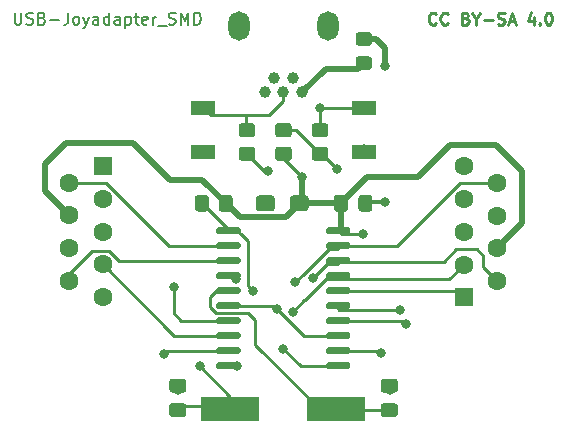
<source format=gbr>
%TF.GenerationSoftware,KiCad,Pcbnew,(5.1.6)-1*%
%TF.CreationDate,2021-06-08T09:34:39+02:00*%
%TF.ProjectId,Joyadapter_SMD,4a6f7961-6461-4707-9465-725f534d442e,rev?*%
%TF.SameCoordinates,Original*%
%TF.FileFunction,Copper,L1,Top*%
%TF.FilePolarity,Positive*%
%FSLAX46Y46*%
G04 Gerber Fmt 4.6, Leading zero omitted, Abs format (unit mm)*
G04 Created by KiCad (PCBNEW (5.1.6)-1) date 2021-06-08 09:34:39*
%MOMM*%
%LPD*%
G01*
G04 APERTURE LIST*
%TA.AperFunction,NonConductor*%
%ADD10C,0.200000*%
%TD*%
%TA.AperFunction,NonConductor*%
%ADD11C,0.250000*%
%TD*%
%TA.AperFunction,ComponentPad*%
%ADD12C,1.000000*%
%TD*%
%TA.AperFunction,ComponentPad*%
%ADD13O,1.800000X2.500000*%
%TD*%
%TA.AperFunction,SMDPad,CuDef*%
%ADD14R,5.000000X2.000000*%
%TD*%
%TA.AperFunction,ComponentPad*%
%ADD15C,1.600000*%
%TD*%
%TA.AperFunction,ComponentPad*%
%ADD16R,1.600000X1.600000*%
%TD*%
%TA.AperFunction,SMDPad,CuDef*%
%ADD17R,2.000000X1.250000*%
%TD*%
%TA.AperFunction,ViaPad*%
%ADD18C,0.800000*%
%TD*%
%TA.AperFunction,Conductor*%
%ADD19C,0.300000*%
%TD*%
%TA.AperFunction,Conductor*%
%ADD20C,0.250000*%
%TD*%
%TA.AperFunction,Conductor*%
%ADD21C,0.500000*%
%TD*%
G04 APERTURE END LIST*
D10*
X126407857Y-89142380D02*
X126407857Y-89951904D01*
X126455476Y-90047142D01*
X126503095Y-90094761D01*
X126598333Y-90142380D01*
X126788809Y-90142380D01*
X126884047Y-90094761D01*
X126931666Y-90047142D01*
X126979285Y-89951904D01*
X126979285Y-89142380D01*
X127407857Y-90094761D02*
X127550714Y-90142380D01*
X127788809Y-90142380D01*
X127884047Y-90094761D01*
X127931666Y-90047142D01*
X127979285Y-89951904D01*
X127979285Y-89856666D01*
X127931666Y-89761428D01*
X127884047Y-89713809D01*
X127788809Y-89666190D01*
X127598333Y-89618571D01*
X127503095Y-89570952D01*
X127455476Y-89523333D01*
X127407857Y-89428095D01*
X127407857Y-89332857D01*
X127455476Y-89237619D01*
X127503095Y-89190000D01*
X127598333Y-89142380D01*
X127836428Y-89142380D01*
X127979285Y-89190000D01*
X128741190Y-89618571D02*
X128884047Y-89666190D01*
X128931666Y-89713809D01*
X128979285Y-89809047D01*
X128979285Y-89951904D01*
X128931666Y-90047142D01*
X128884047Y-90094761D01*
X128788809Y-90142380D01*
X128407857Y-90142380D01*
X128407857Y-89142380D01*
X128741190Y-89142380D01*
X128836428Y-89190000D01*
X128884047Y-89237619D01*
X128931666Y-89332857D01*
X128931666Y-89428095D01*
X128884047Y-89523333D01*
X128836428Y-89570952D01*
X128741190Y-89618571D01*
X128407857Y-89618571D01*
X129407857Y-89761428D02*
X130169761Y-89761428D01*
X130931666Y-89142380D02*
X130931666Y-89856666D01*
X130884047Y-89999523D01*
X130788809Y-90094761D01*
X130645952Y-90142380D01*
X130550714Y-90142380D01*
X131550714Y-90142380D02*
X131455476Y-90094761D01*
X131407857Y-90047142D01*
X131360238Y-89951904D01*
X131360238Y-89666190D01*
X131407857Y-89570952D01*
X131455476Y-89523333D01*
X131550714Y-89475714D01*
X131693571Y-89475714D01*
X131788809Y-89523333D01*
X131836428Y-89570952D01*
X131884047Y-89666190D01*
X131884047Y-89951904D01*
X131836428Y-90047142D01*
X131788809Y-90094761D01*
X131693571Y-90142380D01*
X131550714Y-90142380D01*
X132217380Y-89475714D02*
X132455476Y-90142380D01*
X132693571Y-89475714D02*
X132455476Y-90142380D01*
X132360238Y-90380476D01*
X132312619Y-90428095D01*
X132217380Y-90475714D01*
X133503095Y-90142380D02*
X133503095Y-89618571D01*
X133455476Y-89523333D01*
X133360238Y-89475714D01*
X133169761Y-89475714D01*
X133074523Y-89523333D01*
X133503095Y-90094761D02*
X133407857Y-90142380D01*
X133169761Y-90142380D01*
X133074523Y-90094761D01*
X133026904Y-89999523D01*
X133026904Y-89904285D01*
X133074523Y-89809047D01*
X133169761Y-89761428D01*
X133407857Y-89761428D01*
X133503095Y-89713809D01*
X134407857Y-90142380D02*
X134407857Y-89142380D01*
X134407857Y-90094761D02*
X134312619Y-90142380D01*
X134122142Y-90142380D01*
X134026904Y-90094761D01*
X133979285Y-90047142D01*
X133931666Y-89951904D01*
X133931666Y-89666190D01*
X133979285Y-89570952D01*
X134026904Y-89523333D01*
X134122142Y-89475714D01*
X134312619Y-89475714D01*
X134407857Y-89523333D01*
X135312619Y-90142380D02*
X135312619Y-89618571D01*
X135265000Y-89523333D01*
X135169761Y-89475714D01*
X134979285Y-89475714D01*
X134884047Y-89523333D01*
X135312619Y-90094761D02*
X135217380Y-90142380D01*
X134979285Y-90142380D01*
X134884047Y-90094761D01*
X134836428Y-89999523D01*
X134836428Y-89904285D01*
X134884047Y-89809047D01*
X134979285Y-89761428D01*
X135217380Y-89761428D01*
X135312619Y-89713809D01*
X135788809Y-89475714D02*
X135788809Y-90475714D01*
X135788809Y-89523333D02*
X135884047Y-89475714D01*
X136074523Y-89475714D01*
X136169761Y-89523333D01*
X136217380Y-89570952D01*
X136265000Y-89666190D01*
X136265000Y-89951904D01*
X136217380Y-90047142D01*
X136169761Y-90094761D01*
X136074523Y-90142380D01*
X135884047Y-90142380D01*
X135788809Y-90094761D01*
X136550714Y-89475714D02*
X136931666Y-89475714D01*
X136693571Y-89142380D02*
X136693571Y-89999523D01*
X136741190Y-90094761D01*
X136836428Y-90142380D01*
X136931666Y-90142380D01*
X137645952Y-90094761D02*
X137550714Y-90142380D01*
X137360238Y-90142380D01*
X137265000Y-90094761D01*
X137217380Y-89999523D01*
X137217380Y-89618571D01*
X137265000Y-89523333D01*
X137360238Y-89475714D01*
X137550714Y-89475714D01*
X137645952Y-89523333D01*
X137693571Y-89618571D01*
X137693571Y-89713809D01*
X137217380Y-89809047D01*
X138122142Y-90142380D02*
X138122142Y-89475714D01*
X138122142Y-89666190D02*
X138169761Y-89570952D01*
X138217380Y-89523333D01*
X138312619Y-89475714D01*
X138407857Y-89475714D01*
X138503095Y-90237619D02*
X139265000Y-90237619D01*
X139455476Y-90094761D02*
X139598333Y-90142380D01*
X139836428Y-90142380D01*
X139931666Y-90094761D01*
X139979285Y-90047142D01*
X140026904Y-89951904D01*
X140026904Y-89856666D01*
X139979285Y-89761428D01*
X139931666Y-89713809D01*
X139836428Y-89666190D01*
X139645952Y-89618571D01*
X139550714Y-89570952D01*
X139503095Y-89523333D01*
X139455476Y-89428095D01*
X139455476Y-89332857D01*
X139503095Y-89237619D01*
X139550714Y-89190000D01*
X139645952Y-89142380D01*
X139884047Y-89142380D01*
X140026904Y-89190000D01*
X140455476Y-90142380D02*
X140455476Y-89142380D01*
X140788809Y-89856666D01*
X141122142Y-89142380D01*
X141122142Y-90142380D01*
X141598333Y-90142380D02*
X141598333Y-89142380D01*
X141836428Y-89142380D01*
X141979285Y-89190000D01*
X142074523Y-89285238D01*
X142122142Y-89380476D01*
X142169761Y-89570952D01*
X142169761Y-89713809D01*
X142122142Y-89904285D01*
X142074523Y-89999523D01*
X141979285Y-90094761D01*
X141836428Y-90142380D01*
X141598333Y-90142380D01*
D11*
X162069761Y-90047142D02*
X162022142Y-90094761D01*
X161879285Y-90142380D01*
X161784047Y-90142380D01*
X161641190Y-90094761D01*
X161545952Y-89999523D01*
X161498333Y-89904285D01*
X161450714Y-89713809D01*
X161450714Y-89570952D01*
X161498333Y-89380476D01*
X161545952Y-89285238D01*
X161641190Y-89190000D01*
X161784047Y-89142380D01*
X161879285Y-89142380D01*
X162022142Y-89190000D01*
X162069761Y-89237619D01*
X163069761Y-90047142D02*
X163022142Y-90094761D01*
X162879285Y-90142380D01*
X162784047Y-90142380D01*
X162641190Y-90094761D01*
X162545952Y-89999523D01*
X162498333Y-89904285D01*
X162450714Y-89713809D01*
X162450714Y-89570952D01*
X162498333Y-89380476D01*
X162545952Y-89285238D01*
X162641190Y-89190000D01*
X162784047Y-89142380D01*
X162879285Y-89142380D01*
X163022142Y-89190000D01*
X163069761Y-89237619D01*
X164593571Y-89618571D02*
X164736428Y-89666190D01*
X164784047Y-89713809D01*
X164831666Y-89809047D01*
X164831666Y-89951904D01*
X164784047Y-90047142D01*
X164736428Y-90094761D01*
X164641190Y-90142380D01*
X164260238Y-90142380D01*
X164260238Y-89142380D01*
X164593571Y-89142380D01*
X164688809Y-89190000D01*
X164736428Y-89237619D01*
X164784047Y-89332857D01*
X164784047Y-89428095D01*
X164736428Y-89523333D01*
X164688809Y-89570952D01*
X164593571Y-89618571D01*
X164260238Y-89618571D01*
X165450714Y-89666190D02*
X165450714Y-90142380D01*
X165117380Y-89142380D02*
X165450714Y-89666190D01*
X165784047Y-89142380D01*
X166117380Y-89761428D02*
X166879285Y-89761428D01*
X167307857Y-90094761D02*
X167450714Y-90142380D01*
X167688809Y-90142380D01*
X167784047Y-90094761D01*
X167831666Y-90047142D01*
X167879285Y-89951904D01*
X167879285Y-89856666D01*
X167831666Y-89761428D01*
X167784047Y-89713809D01*
X167688809Y-89666190D01*
X167498333Y-89618571D01*
X167403095Y-89570952D01*
X167355476Y-89523333D01*
X167307857Y-89428095D01*
X167307857Y-89332857D01*
X167355476Y-89237619D01*
X167403095Y-89190000D01*
X167498333Y-89142380D01*
X167736428Y-89142380D01*
X167879285Y-89190000D01*
X168260238Y-89856666D02*
X168736428Y-89856666D01*
X168165000Y-90142380D02*
X168498333Y-89142380D01*
X168831666Y-90142380D01*
X170355476Y-89475714D02*
X170355476Y-90142380D01*
X170117380Y-89094761D02*
X169879285Y-89809047D01*
X170498333Y-89809047D01*
X170879285Y-90047142D02*
X170926904Y-90094761D01*
X170879285Y-90142380D01*
X170831666Y-90094761D01*
X170879285Y-90047142D01*
X170879285Y-90142380D01*
X171545952Y-89142380D02*
X171641190Y-89142380D01*
X171736428Y-89190000D01*
X171784047Y-89237619D01*
X171831666Y-89332857D01*
X171879285Y-89523333D01*
X171879285Y-89761428D01*
X171831666Y-89951904D01*
X171784047Y-90047142D01*
X171736428Y-90094761D01*
X171641190Y-90142380D01*
X171545952Y-90142380D01*
X171450714Y-90094761D01*
X171403095Y-90047142D01*
X171355476Y-89951904D01*
X171307857Y-89761428D01*
X171307857Y-89523333D01*
X171355476Y-89332857D01*
X171403095Y-89237619D01*
X171450714Y-89190000D01*
X171545952Y-89142380D01*
D12*
%TO.P,J3,2*%
%TO.N,/D-*%
X149965000Y-94690000D03*
%TO.P,J3,4*%
%TO.N,Net-(J3-Pad4)*%
X148365000Y-94690000D03*
%TO.P,J3,1*%
%TO.N,Net-(F1-Pad2)*%
X150765000Y-95890000D03*
%TO.P,J3,5*%
%TO.N,GND*%
X147565000Y-95890000D03*
%TO.P,J3,3*%
%TO.N,/D+*%
X149165000Y-95890000D03*
D13*
%TO.P,J3,6*%
%TO.N,GND*%
X152915000Y-90240000D03*
X145415000Y-90240000D03*
%TD*%
%TO.P,F1,2*%
%TO.N,Net-(F1-Pad2)*%
%TA.AperFunction,SMDPad,CuDef*%
G36*
G01*
X155514999Y-92840000D02*
X156415001Y-92840000D01*
G75*
G02*
X156665000Y-93089999I0J-249999D01*
G01*
X156665000Y-93740001D01*
G75*
G02*
X156415001Y-93990000I-249999J0D01*
G01*
X155514999Y-93990000D01*
G75*
G02*
X155265000Y-93740001I0J249999D01*
G01*
X155265000Y-93089999D01*
G75*
G02*
X155514999Y-92840000I249999J0D01*
G01*
G37*
%TD.AperFunction*%
%TO.P,F1,1*%
%TO.N,VCC*%
%TA.AperFunction,SMDPad,CuDef*%
G36*
G01*
X155514999Y-90790000D02*
X156415001Y-90790000D01*
G75*
G02*
X156665000Y-91039999I0J-249999D01*
G01*
X156665000Y-91690001D01*
G75*
G02*
X156415001Y-91940000I-249999J0D01*
G01*
X155514999Y-91940000D01*
G75*
G02*
X155265000Y-91690001I0J249999D01*
G01*
X155265000Y-91039999D01*
G75*
G02*
X155514999Y-90790000I249999J0D01*
G01*
G37*
%TD.AperFunction*%
%TD*%
%TO.P,R4,2*%
%TO.N,VCC*%
%TA.AperFunction,SMDPad,CuDef*%
G36*
G01*
X148714999Y-100490000D02*
X149615001Y-100490000D01*
G75*
G02*
X149865000Y-100739999I0J-249999D01*
G01*
X149865000Y-101440001D01*
G75*
G02*
X149615001Y-101690000I-249999J0D01*
G01*
X148714999Y-101690000D01*
G75*
G02*
X148465000Y-101440001I0J249999D01*
G01*
X148465000Y-100739999D01*
G75*
G02*
X148714999Y-100490000I249999J0D01*
G01*
G37*
%TD.AperFunction*%
%TO.P,R4,1*%
%TO.N,Net-(R1-Pad1)*%
%TA.AperFunction,SMDPad,CuDef*%
G36*
G01*
X148714999Y-98490000D02*
X149615001Y-98490000D01*
G75*
G02*
X149865000Y-98739999I0J-249999D01*
G01*
X149865000Y-99440001D01*
G75*
G02*
X149615001Y-99690000I-249999J0D01*
G01*
X148714999Y-99690000D01*
G75*
G02*
X148465000Y-99440001I0J249999D01*
G01*
X148465000Y-98739999D01*
G75*
G02*
X148714999Y-98490000I249999J0D01*
G01*
G37*
%TD.AperFunction*%
%TD*%
D14*
%TO.P,Y1,1*%
%TO.N,Net-(C3-Pad1)*%
X153635000Y-122670000D03*
%TO.P,Y1,2*%
%TO.N,Net-(C4-Pad1)*%
X144635000Y-122670000D03*
%TD*%
D15*
%TO.P,X2,9*%
%TO.N,Net-(U1-Pad3)*%
X131025000Y-111835000D03*
%TO.P,X2,8*%
%TO.N,GND*%
X131025000Y-109065000D03*
%TO.P,X2,7*%
%TO.N,VCC*%
X131025000Y-106295000D03*
%TO.P,X2,6*%
%TO.N,Net-(U1-Pad2)*%
X131025000Y-103525000D03*
%TO.P,X2,5*%
%TO.N,Net-(X2-Pad5)*%
X133865000Y-113220000D03*
%TO.P,X2,4*%
%TO.N,Net-(U1-Pad8)*%
X133865000Y-110450000D03*
%TO.P,X2,3*%
%TO.N,Net-(U1-Pad7)*%
X133865000Y-107680000D03*
%TO.P,X2,2*%
%TO.N,Net-(U1-Pad11)*%
X133865000Y-104910000D03*
D16*
%TO.P,X2,1*%
%TO.N,Net-(U1-Pad9)*%
X133865000Y-102140000D03*
%TD*%
%TO.P,R2,2*%
%TO.N,/D+*%
%TA.AperFunction,SMDPad,CuDef*%
G36*
G01*
X146515001Y-99690000D02*
X145614999Y-99690000D01*
G75*
G02*
X145365000Y-99440001I0J249999D01*
G01*
X145365000Y-98739999D01*
G75*
G02*
X145614999Y-98490000I249999J0D01*
G01*
X146515001Y-98490000D01*
G75*
G02*
X146765000Y-98739999I0J-249999D01*
G01*
X146765000Y-99440001D01*
G75*
G02*
X146515001Y-99690000I-249999J0D01*
G01*
G37*
%TD.AperFunction*%
%TO.P,R2,1*%
%TO.N,Net-(R2-Pad1)*%
%TA.AperFunction,SMDPad,CuDef*%
G36*
G01*
X146515001Y-101690000D02*
X145614999Y-101690000D01*
G75*
G02*
X145365000Y-101440001I0J249999D01*
G01*
X145365000Y-100739999D01*
G75*
G02*
X145614999Y-100490000I249999J0D01*
G01*
X146515001Y-100490000D01*
G75*
G02*
X146765000Y-100739999I0J-249999D01*
G01*
X146765000Y-101440001D01*
G75*
G02*
X146515001Y-101690000I-249999J0D01*
G01*
G37*
%TD.AperFunction*%
%TD*%
%TO.P,R1,2*%
%TO.N,/D-*%
%TA.AperFunction,SMDPad,CuDef*%
G36*
G01*
X152715001Y-99690000D02*
X151814999Y-99690000D01*
G75*
G02*
X151565000Y-99440001I0J249999D01*
G01*
X151565000Y-98739999D01*
G75*
G02*
X151814999Y-98490000I249999J0D01*
G01*
X152715001Y-98490000D01*
G75*
G02*
X152965000Y-98739999I0J-249999D01*
G01*
X152965000Y-99440001D01*
G75*
G02*
X152715001Y-99690000I-249999J0D01*
G01*
G37*
%TD.AperFunction*%
%TO.P,R1,1*%
%TO.N,Net-(R1-Pad1)*%
%TA.AperFunction,SMDPad,CuDef*%
G36*
G01*
X152715001Y-101690000D02*
X151814999Y-101690000D01*
G75*
G02*
X151565000Y-101440001I0J249999D01*
G01*
X151565000Y-100739999D01*
G75*
G02*
X151814999Y-100490000I249999J0D01*
G01*
X152715001Y-100490000D01*
G75*
G02*
X152965000Y-100739999I0J-249999D01*
G01*
X152965000Y-101440001D01*
G75*
G02*
X152715001Y-101690000I-249999J0D01*
G01*
G37*
%TD.AperFunction*%
%TD*%
%TO.P,C2,2*%
%TO.N,GND*%
%TA.AperFunction,SMDPad,CuDef*%
G36*
G01*
X148415000Y-104854999D02*
X148415000Y-105705001D01*
G75*
G02*
X148165001Y-105955000I-249999J0D01*
G01*
X147089999Y-105955000D01*
G75*
G02*
X146840000Y-105705001I0J249999D01*
G01*
X146840000Y-104854999D01*
G75*
G02*
X147089999Y-104605000I249999J0D01*
G01*
X148165001Y-104605000D01*
G75*
G02*
X148415000Y-104854999I0J-249999D01*
G01*
G37*
%TD.AperFunction*%
%TO.P,C2,1*%
%TO.N,VCC*%
%TA.AperFunction,SMDPad,CuDef*%
G36*
G01*
X151290000Y-104854999D02*
X151290000Y-105705001D01*
G75*
G02*
X151040001Y-105955000I-249999J0D01*
G01*
X149964999Y-105955000D01*
G75*
G02*
X149715000Y-105705001I0J249999D01*
G01*
X149715000Y-104854999D01*
G75*
G02*
X149964999Y-104605000I249999J0D01*
G01*
X151040001Y-104605000D01*
G75*
G02*
X151290000Y-104854999I0J-249999D01*
G01*
G37*
%TD.AperFunction*%
%TD*%
%TO.P,C1,2*%
%TO.N,GND*%
%TA.AperFunction,SMDPad,CuDef*%
G36*
G01*
X155515000Y-105755000D02*
X155515000Y-104805000D01*
G75*
G02*
X155765000Y-104555000I250000J0D01*
G01*
X156440000Y-104555000D01*
G75*
G02*
X156690000Y-104805000I0J-250000D01*
G01*
X156690000Y-105755000D01*
G75*
G02*
X156440000Y-106005000I-250000J0D01*
G01*
X155765000Y-106005000D01*
G75*
G02*
X155515000Y-105755000I0J250000D01*
G01*
G37*
%TD.AperFunction*%
%TO.P,C1,1*%
%TO.N,VCC*%
%TA.AperFunction,SMDPad,CuDef*%
G36*
G01*
X153440000Y-105755000D02*
X153440000Y-104805000D01*
G75*
G02*
X153690000Y-104555000I250000J0D01*
G01*
X154365000Y-104555000D01*
G75*
G02*
X154615000Y-104805000I0J-250000D01*
G01*
X154615000Y-105755000D01*
G75*
G02*
X154365000Y-106005000I-250000J0D01*
G01*
X153690000Y-106005000D01*
G75*
G02*
X153440000Y-105755000I0J250000D01*
G01*
G37*
%TD.AperFunction*%
%TD*%
D17*
%TO.P,D2,2*%
%TO.N,GND*%
X142365000Y-100955000D03*
%TO.P,D2,1*%
%TO.N,/D+*%
X142365000Y-97205000D03*
%TD*%
%TO.P,D1,2*%
%TO.N,GND*%
X155965000Y-100955000D03*
%TO.P,D1,1*%
%TO.N,/D-*%
X155965000Y-97205000D03*
%TD*%
D15*
%TO.P,X1,9*%
%TO.N,/SCK*%
X167265000Y-103545000D03*
%TO.P,X1,8*%
%TO.N,GND*%
X167265000Y-106315000D03*
%TO.P,X1,7*%
%TO.N,VCC*%
X167265000Y-109085000D03*
%TO.P,X1,6*%
%TO.N,/MISO*%
X167265000Y-111855000D03*
%TO.P,X1,5*%
%TO.N,Net-(X1-Pad5)*%
X164425000Y-102160000D03*
%TO.P,X1,4*%
%TO.N,Net-(U1-Pad15)*%
X164425000Y-104930000D03*
%TO.P,X1,3*%
%TO.N,Net-(U1-Pad14)*%
X164425000Y-107700000D03*
%TO.P,X1,2*%
%TO.N,/MOSI*%
X164425000Y-110470000D03*
D16*
%TO.P,X1,1*%
%TO.N,Net-(U1-Pad16)*%
X164425000Y-113240000D03*
%TD*%
%TO.P,U1,20*%
%TO.N,VCC*%
%TA.AperFunction,SMDPad,CuDef*%
G36*
G01*
X152780000Y-107745000D02*
X152780000Y-107445000D01*
G75*
G02*
X152930000Y-107295000I150000J0D01*
G01*
X154680000Y-107295000D01*
G75*
G02*
X154830000Y-107445000I0J-150000D01*
G01*
X154830000Y-107745000D01*
G75*
G02*
X154680000Y-107895000I-150000J0D01*
G01*
X152930000Y-107895000D01*
G75*
G02*
X152780000Y-107745000I0J150000D01*
G01*
G37*
%TD.AperFunction*%
%TO.P,U1,19*%
%TO.N,/SCK*%
%TA.AperFunction,SMDPad,CuDef*%
G36*
G01*
X152780000Y-109015000D02*
X152780000Y-108715000D01*
G75*
G02*
X152930000Y-108565000I150000J0D01*
G01*
X154680000Y-108565000D01*
G75*
G02*
X154830000Y-108715000I0J-150000D01*
G01*
X154830000Y-109015000D01*
G75*
G02*
X154680000Y-109165000I-150000J0D01*
G01*
X152930000Y-109165000D01*
G75*
G02*
X152780000Y-109015000I0J150000D01*
G01*
G37*
%TD.AperFunction*%
%TO.P,U1,18*%
%TO.N,/MISO*%
%TA.AperFunction,SMDPad,CuDef*%
G36*
G01*
X152780000Y-110285000D02*
X152780000Y-109985000D01*
G75*
G02*
X152930000Y-109835000I150000J0D01*
G01*
X154680000Y-109835000D01*
G75*
G02*
X154830000Y-109985000I0J-150000D01*
G01*
X154830000Y-110285000D01*
G75*
G02*
X154680000Y-110435000I-150000J0D01*
G01*
X152930000Y-110435000D01*
G75*
G02*
X152780000Y-110285000I0J150000D01*
G01*
G37*
%TD.AperFunction*%
%TO.P,U1,17*%
%TO.N,/MOSI*%
%TA.AperFunction,SMDPad,CuDef*%
G36*
G01*
X152780000Y-111555000D02*
X152780000Y-111255000D01*
G75*
G02*
X152930000Y-111105000I150000J0D01*
G01*
X154680000Y-111105000D01*
G75*
G02*
X154830000Y-111255000I0J-150000D01*
G01*
X154830000Y-111555000D01*
G75*
G02*
X154680000Y-111705000I-150000J0D01*
G01*
X152930000Y-111705000D01*
G75*
G02*
X152780000Y-111555000I0J150000D01*
G01*
G37*
%TD.AperFunction*%
%TO.P,U1,16*%
%TO.N,Net-(U1-Pad16)*%
%TA.AperFunction,SMDPad,CuDef*%
G36*
G01*
X152780000Y-112825000D02*
X152780000Y-112525000D01*
G75*
G02*
X152930000Y-112375000I150000J0D01*
G01*
X154680000Y-112375000D01*
G75*
G02*
X154830000Y-112525000I0J-150000D01*
G01*
X154830000Y-112825000D01*
G75*
G02*
X154680000Y-112975000I-150000J0D01*
G01*
X152930000Y-112975000D01*
G75*
G02*
X152780000Y-112825000I0J150000D01*
G01*
G37*
%TD.AperFunction*%
%TO.P,U1,15*%
%TO.N,Net-(U1-Pad15)*%
%TA.AperFunction,SMDPad,CuDef*%
G36*
G01*
X152780000Y-114095000D02*
X152780000Y-113795000D01*
G75*
G02*
X152930000Y-113645000I150000J0D01*
G01*
X154680000Y-113645000D01*
G75*
G02*
X154830000Y-113795000I0J-150000D01*
G01*
X154830000Y-114095000D01*
G75*
G02*
X154680000Y-114245000I-150000J0D01*
G01*
X152930000Y-114245000D01*
G75*
G02*
X152780000Y-114095000I0J150000D01*
G01*
G37*
%TD.AperFunction*%
%TO.P,U1,14*%
%TO.N,Net-(U1-Pad14)*%
%TA.AperFunction,SMDPad,CuDef*%
G36*
G01*
X152780000Y-115365000D02*
X152780000Y-115065000D01*
G75*
G02*
X152930000Y-114915000I150000J0D01*
G01*
X154680000Y-114915000D01*
G75*
G02*
X154830000Y-115065000I0J-150000D01*
G01*
X154830000Y-115365000D01*
G75*
G02*
X154680000Y-115515000I-150000J0D01*
G01*
X152930000Y-115515000D01*
G75*
G02*
X152780000Y-115365000I0J150000D01*
G01*
G37*
%TD.AperFunction*%
%TO.P,U1,13*%
%TO.N,Net-(R2-Pad1)*%
%TA.AperFunction,SMDPad,CuDef*%
G36*
G01*
X152780000Y-116635000D02*
X152780000Y-116335000D01*
G75*
G02*
X152930000Y-116185000I150000J0D01*
G01*
X154680000Y-116185000D01*
G75*
G02*
X154830000Y-116335000I0J-150000D01*
G01*
X154830000Y-116635000D01*
G75*
G02*
X154680000Y-116785000I-150000J0D01*
G01*
X152930000Y-116785000D01*
G75*
G02*
X152780000Y-116635000I0J150000D01*
G01*
G37*
%TD.AperFunction*%
%TO.P,U1,12*%
%TO.N,Net-(R1-Pad1)*%
%TA.AperFunction,SMDPad,CuDef*%
G36*
G01*
X152780000Y-117905000D02*
X152780000Y-117605000D01*
G75*
G02*
X152930000Y-117455000I150000J0D01*
G01*
X154680000Y-117455000D01*
G75*
G02*
X154830000Y-117605000I0J-150000D01*
G01*
X154830000Y-117905000D01*
G75*
G02*
X154680000Y-118055000I-150000J0D01*
G01*
X152930000Y-118055000D01*
G75*
G02*
X152780000Y-117905000I0J150000D01*
G01*
G37*
%TD.AperFunction*%
%TO.P,U1,11*%
%TO.N,Net-(U1-Pad11)*%
%TA.AperFunction,SMDPad,CuDef*%
G36*
G01*
X152780000Y-119175000D02*
X152780000Y-118875000D01*
G75*
G02*
X152930000Y-118725000I150000J0D01*
G01*
X154680000Y-118725000D01*
G75*
G02*
X154830000Y-118875000I0J-150000D01*
G01*
X154830000Y-119175000D01*
G75*
G02*
X154680000Y-119325000I-150000J0D01*
G01*
X152930000Y-119325000D01*
G75*
G02*
X152780000Y-119175000I0J150000D01*
G01*
G37*
%TD.AperFunction*%
%TO.P,U1,10*%
%TO.N,GND*%
%TA.AperFunction,SMDPad,CuDef*%
G36*
G01*
X143480000Y-119175000D02*
X143480000Y-118875000D01*
G75*
G02*
X143630000Y-118725000I150000J0D01*
G01*
X145380000Y-118725000D01*
G75*
G02*
X145530000Y-118875000I0J-150000D01*
G01*
X145530000Y-119175000D01*
G75*
G02*
X145380000Y-119325000I-150000J0D01*
G01*
X143630000Y-119325000D01*
G75*
G02*
X143480000Y-119175000I0J150000D01*
G01*
G37*
%TD.AperFunction*%
%TO.P,U1,9*%
%TO.N,Net-(U1-Pad9)*%
%TA.AperFunction,SMDPad,CuDef*%
G36*
G01*
X143480000Y-117905000D02*
X143480000Y-117605000D01*
G75*
G02*
X143630000Y-117455000I150000J0D01*
G01*
X145380000Y-117455000D01*
G75*
G02*
X145530000Y-117605000I0J-150000D01*
G01*
X145530000Y-117905000D01*
G75*
G02*
X145380000Y-118055000I-150000J0D01*
G01*
X143630000Y-118055000D01*
G75*
G02*
X143480000Y-117905000I0J150000D01*
G01*
G37*
%TD.AperFunction*%
%TO.P,U1,8*%
%TO.N,Net-(U1-Pad8)*%
%TA.AperFunction,SMDPad,CuDef*%
G36*
G01*
X143480000Y-116635000D02*
X143480000Y-116335000D01*
G75*
G02*
X143630000Y-116185000I150000J0D01*
G01*
X145380000Y-116185000D01*
G75*
G02*
X145530000Y-116335000I0J-150000D01*
G01*
X145530000Y-116635000D01*
G75*
G02*
X145380000Y-116785000I-150000J0D01*
G01*
X143630000Y-116785000D01*
G75*
G02*
X143480000Y-116635000I0J150000D01*
G01*
G37*
%TD.AperFunction*%
%TO.P,U1,7*%
%TO.N,Net-(U1-Pad7)*%
%TA.AperFunction,SMDPad,CuDef*%
G36*
G01*
X143480000Y-115365000D02*
X143480000Y-115065000D01*
G75*
G02*
X143630000Y-114915000I150000J0D01*
G01*
X145380000Y-114915000D01*
G75*
G02*
X145530000Y-115065000I0J-150000D01*
G01*
X145530000Y-115365000D01*
G75*
G02*
X145380000Y-115515000I-150000J0D01*
G01*
X143630000Y-115515000D01*
G75*
G02*
X143480000Y-115365000I0J150000D01*
G01*
G37*
%TD.AperFunction*%
%TO.P,U1,6*%
%TO.N,Net-(R2-Pad1)*%
%TA.AperFunction,SMDPad,CuDef*%
G36*
G01*
X143480000Y-114095000D02*
X143480000Y-113795000D01*
G75*
G02*
X143630000Y-113645000I150000J0D01*
G01*
X145380000Y-113645000D01*
G75*
G02*
X145530000Y-113795000I0J-150000D01*
G01*
X145530000Y-114095000D01*
G75*
G02*
X145380000Y-114245000I-150000J0D01*
G01*
X143630000Y-114245000D01*
G75*
G02*
X143480000Y-114095000I0J150000D01*
G01*
G37*
%TD.AperFunction*%
%TO.P,U1,5*%
%TO.N,Net-(C3-Pad1)*%
%TA.AperFunction,SMDPad,CuDef*%
G36*
G01*
X143480000Y-112825000D02*
X143480000Y-112525000D01*
G75*
G02*
X143630000Y-112375000I150000J0D01*
G01*
X145380000Y-112375000D01*
G75*
G02*
X145530000Y-112525000I0J-150000D01*
G01*
X145530000Y-112825000D01*
G75*
G02*
X145380000Y-112975000I-150000J0D01*
G01*
X143630000Y-112975000D01*
G75*
G02*
X143480000Y-112825000I0J150000D01*
G01*
G37*
%TD.AperFunction*%
%TO.P,U1,4*%
%TO.N,Net-(C4-Pad1)*%
%TA.AperFunction,SMDPad,CuDef*%
G36*
G01*
X143480000Y-111555000D02*
X143480000Y-111255000D01*
G75*
G02*
X143630000Y-111105000I150000J0D01*
G01*
X145380000Y-111105000D01*
G75*
G02*
X145530000Y-111255000I0J-150000D01*
G01*
X145530000Y-111555000D01*
G75*
G02*
X145380000Y-111705000I-150000J0D01*
G01*
X143630000Y-111705000D01*
G75*
G02*
X143480000Y-111555000I0J150000D01*
G01*
G37*
%TD.AperFunction*%
%TO.P,U1,3*%
%TO.N,Net-(U1-Pad3)*%
%TA.AperFunction,SMDPad,CuDef*%
G36*
G01*
X143480000Y-110285000D02*
X143480000Y-109985000D01*
G75*
G02*
X143630000Y-109835000I150000J0D01*
G01*
X145380000Y-109835000D01*
G75*
G02*
X145530000Y-109985000I0J-150000D01*
G01*
X145530000Y-110285000D01*
G75*
G02*
X145380000Y-110435000I-150000J0D01*
G01*
X143630000Y-110435000D01*
G75*
G02*
X143480000Y-110285000I0J150000D01*
G01*
G37*
%TD.AperFunction*%
%TO.P,U1,2*%
%TO.N,Net-(U1-Pad2)*%
%TA.AperFunction,SMDPad,CuDef*%
G36*
G01*
X143480000Y-109015000D02*
X143480000Y-108715000D01*
G75*
G02*
X143630000Y-108565000I150000J0D01*
G01*
X145380000Y-108565000D01*
G75*
G02*
X145530000Y-108715000I0J-150000D01*
G01*
X145530000Y-109015000D01*
G75*
G02*
X145380000Y-109165000I-150000J0D01*
G01*
X143630000Y-109165000D01*
G75*
G02*
X143480000Y-109015000I0J150000D01*
G01*
G37*
%TD.AperFunction*%
%TO.P,U1,1*%
%TO.N,/RST*%
%TA.AperFunction,SMDPad,CuDef*%
G36*
G01*
X143480000Y-107745000D02*
X143480000Y-107445000D01*
G75*
G02*
X143630000Y-107295000I150000J0D01*
G01*
X145380000Y-107295000D01*
G75*
G02*
X145530000Y-107445000I0J-150000D01*
G01*
X145530000Y-107745000D01*
G75*
G02*
X145380000Y-107895000I-150000J0D01*
G01*
X143630000Y-107895000D01*
G75*
G02*
X143480000Y-107745000I0J150000D01*
G01*
G37*
%TD.AperFunction*%
%TD*%
%TO.P,R3,2*%
%TO.N,VCC*%
%TA.AperFunction,SMDPad,CuDef*%
G36*
G01*
X143665000Y-105730001D02*
X143665000Y-104829999D01*
G75*
G02*
X143914999Y-104580000I249999J0D01*
G01*
X144615001Y-104580000D01*
G75*
G02*
X144865000Y-104829999I0J-249999D01*
G01*
X144865000Y-105730001D01*
G75*
G02*
X144615001Y-105980000I-249999J0D01*
G01*
X143914999Y-105980000D01*
G75*
G02*
X143665000Y-105730001I0J249999D01*
G01*
G37*
%TD.AperFunction*%
%TO.P,R3,1*%
%TO.N,/RST*%
%TA.AperFunction,SMDPad,CuDef*%
G36*
G01*
X141665000Y-105730001D02*
X141665000Y-104829999D01*
G75*
G02*
X141914999Y-104580000I249999J0D01*
G01*
X142615001Y-104580000D01*
G75*
G02*
X142865000Y-104829999I0J-249999D01*
G01*
X142865000Y-105730001D01*
G75*
G02*
X142615001Y-105980000I-249999J0D01*
G01*
X141914999Y-105980000D01*
G75*
G02*
X141665000Y-105730001I0J249999D01*
G01*
G37*
%TD.AperFunction*%
%TD*%
%TO.P,C4,2*%
%TO.N,GND*%
%TA.AperFunction,SMDPad,CuDef*%
G36*
G01*
X140690000Y-121305000D02*
X139740000Y-121305000D01*
G75*
G02*
X139490000Y-121055000I0J250000D01*
G01*
X139490000Y-120380000D01*
G75*
G02*
X139740000Y-120130000I250000J0D01*
G01*
X140690000Y-120130000D01*
G75*
G02*
X140940000Y-120380000I0J-250000D01*
G01*
X140940000Y-121055000D01*
G75*
G02*
X140690000Y-121305000I-250000J0D01*
G01*
G37*
%TD.AperFunction*%
%TO.P,C4,1*%
%TO.N,Net-(C4-Pad1)*%
%TA.AperFunction,SMDPad,CuDef*%
G36*
G01*
X140690000Y-123380000D02*
X139740000Y-123380000D01*
G75*
G02*
X139490000Y-123130000I0J250000D01*
G01*
X139490000Y-122455000D01*
G75*
G02*
X139740000Y-122205000I250000J0D01*
G01*
X140690000Y-122205000D01*
G75*
G02*
X140940000Y-122455000I0J-250000D01*
G01*
X140940000Y-123130000D01*
G75*
G02*
X140690000Y-123380000I-250000J0D01*
G01*
G37*
%TD.AperFunction*%
%TD*%
%TO.P,C3,2*%
%TO.N,GND*%
%TA.AperFunction,SMDPad,CuDef*%
G36*
G01*
X158600000Y-121310000D02*
X157650000Y-121310000D01*
G75*
G02*
X157400000Y-121060000I0J250000D01*
G01*
X157400000Y-120385000D01*
G75*
G02*
X157650000Y-120135000I250000J0D01*
G01*
X158600000Y-120135000D01*
G75*
G02*
X158850000Y-120385000I0J-250000D01*
G01*
X158850000Y-121060000D01*
G75*
G02*
X158600000Y-121310000I-250000J0D01*
G01*
G37*
%TD.AperFunction*%
%TO.P,C3,1*%
%TO.N,Net-(C3-Pad1)*%
%TA.AperFunction,SMDPad,CuDef*%
G36*
G01*
X158600000Y-123385000D02*
X157650000Y-123385000D01*
G75*
G02*
X157400000Y-123135000I0J250000D01*
G01*
X157400000Y-122460000D01*
G75*
G02*
X157650000Y-122210000I250000J0D01*
G01*
X158600000Y-122210000D01*
G75*
G02*
X158850000Y-122460000I0J-250000D01*
G01*
X158850000Y-123135000D01*
G75*
G02*
X158600000Y-123385000I-250000J0D01*
G01*
G37*
%TD.AperFunction*%
%TD*%
D18*
%TO.N,GND*%
X145245000Y-119050000D03*
X148065000Y-105280000D03*
X142365000Y-100780000D03*
X155965000Y-100680000D03*
X158165000Y-121080000D03*
X140265000Y-121080000D03*
X157765000Y-105180000D03*
%TO.N,VCC*%
X150765000Y-103080000D03*
X155865000Y-107880000D03*
X157765000Y-93690000D03*
%TO.N,Net-(U1-Pad15)*%
X159065000Y-114280000D03*
%TO.N,Net-(U1-Pad14)*%
X159565000Y-115480000D03*
%TO.N,Net-(U1-Pad11)*%
X149165000Y-117580000D03*
%TO.N,Net-(U1-Pad9)*%
X139065000Y-118080000D03*
%TO.N,Net-(U1-Pad7)*%
X139865000Y-112380000D03*
%TO.N,Net-(R1-Pad1)*%
X153665000Y-102380000D03*
X157465000Y-117980000D03*
%TO.N,Net-(R2-Pad1)*%
X147865000Y-102580000D03*
X148630000Y-114215000D03*
%TO.N,/MISO*%
X151665000Y-111580000D03*
%TO.N,/SCK*%
X150165000Y-111980000D03*
%TO.N,/MOSI*%
X149965000Y-114480000D03*
%TO.N,/RST*%
X146565000Y-112680000D03*
%TO.N,/D-*%
X152300000Y-97205000D03*
%TO.N,Net-(C4-Pad1)*%
X142065000Y-119080000D03*
X145165000Y-111680000D03*
%TD*%
D19*
%TO.N,GND*%
X156102500Y-105280000D02*
X156102500Y-105577500D01*
X156202500Y-105180000D02*
X156102500Y-105280000D01*
X157765000Y-105180000D02*
X156202500Y-105180000D01*
D20*
%TO.N,Net-(C3-Pad1)*%
X153982500Y-122797500D02*
X153665000Y-122480000D01*
X158125000Y-122797500D02*
X153982500Y-122797500D01*
X153665000Y-122480000D02*
X151965000Y-122480000D01*
X151965000Y-122480000D02*
X146765000Y-117280000D01*
X146765000Y-117280000D02*
X146765000Y-115200020D01*
X143433242Y-114570010D02*
X142935000Y-114071768D01*
X146765000Y-115200020D02*
X146134990Y-114570010D01*
X146134990Y-114570010D02*
X143433242Y-114570010D01*
X143480000Y-112675000D02*
X144505000Y-112675000D01*
X142935000Y-113220000D02*
X143480000Y-112675000D01*
X142935000Y-114071768D02*
X142935000Y-113220000D01*
%TO.N,VCC*%
X155865000Y-107880000D02*
X155865000Y-107880000D01*
D21*
X154027500Y-105280000D02*
X156227500Y-103080000D01*
X156227500Y-103080000D02*
X160565000Y-103080000D01*
X160565000Y-103080000D02*
X163265000Y-100380000D01*
X163265000Y-100380000D02*
X167165000Y-100380000D01*
X167165000Y-100380000D02*
X169365000Y-102580000D01*
X169365000Y-106985000D02*
X167265000Y-109085000D01*
X169365000Y-102580000D02*
X169365000Y-106985000D01*
X154027500Y-105280000D02*
X150502500Y-105280000D01*
X150502500Y-105342500D02*
X149365000Y-106480000D01*
X150502500Y-105280000D02*
X150502500Y-105342500D01*
X145465000Y-106480000D02*
X144265000Y-105280000D01*
X149365000Y-106480000D02*
X145465000Y-106480000D01*
X144265000Y-105280000D02*
X142265000Y-103280000D01*
X142265000Y-103280000D02*
X139565000Y-103280000D01*
X139565000Y-103280000D02*
X136465000Y-100180000D01*
X136465000Y-100180000D02*
X130765000Y-100180000D01*
X130765000Y-100180000D02*
X128965000Y-101980000D01*
X128965000Y-104235000D02*
X131025000Y-106295000D01*
X128965000Y-101980000D02*
X128965000Y-104235000D01*
X150765000Y-105017500D02*
X150502500Y-105280000D01*
X150765000Y-103080000D02*
X150765000Y-105017500D01*
X154027500Y-105280000D02*
X154027500Y-107652500D01*
D20*
X154090000Y-107880000D02*
X153805000Y-107595000D01*
X155865000Y-107880000D02*
X154090000Y-107880000D01*
X149165000Y-101480000D02*
X150765000Y-103080000D01*
X149165000Y-101090000D02*
X149165000Y-101480000D01*
D21*
X155965000Y-91365000D02*
X157040000Y-91365000D01*
X157765000Y-92090000D02*
X157765000Y-93690000D01*
X157040000Y-91365000D02*
X157765000Y-92090000D01*
D20*
%TO.N,Net-(U1-Pad16)*%
X164130000Y-112945000D02*
X164425000Y-113240000D01*
X163860000Y-112675000D02*
X164425000Y-113240000D01*
X153805000Y-112675000D02*
X163860000Y-112675000D01*
%TO.N,Net-(U1-Pad15)*%
X153880000Y-114280000D02*
X153815000Y-114215000D01*
X159065000Y-114280000D02*
X153880000Y-114280000D01*
%TO.N,Net-(U1-Pad14)*%
X159300000Y-115215000D02*
X159565000Y-115480000D01*
X153805000Y-115215000D02*
X159300000Y-115215000D01*
%TO.N,Net-(U1-Pad11)*%
X153805000Y-119025000D02*
X150610000Y-119025000D01*
X149165000Y-117580000D02*
X150585000Y-119000000D01*
X150610000Y-119025000D02*
X150585000Y-119000000D01*
%TO.N,Net-(U1-Pad9)*%
X139120000Y-118025000D02*
X139065000Y-118080000D01*
X139390000Y-117755000D02*
X139065000Y-118080000D01*
X144505000Y-117755000D02*
X139390000Y-117755000D01*
%TO.N,Net-(U1-Pad8)*%
X139900000Y-116485000D02*
X139835000Y-116420000D01*
X144505000Y-116485000D02*
X139900000Y-116485000D01*
X139835000Y-116420000D02*
X133865000Y-110450000D01*
%TO.N,Net-(U1-Pad7)*%
X139865000Y-112380000D02*
X139865000Y-114580000D01*
X140500000Y-115215000D02*
X140415000Y-115130000D01*
X144505000Y-115215000D02*
X140500000Y-115215000D01*
X139865000Y-114580000D02*
X140415000Y-115130000D01*
%TO.N,Net-(U1-Pad3)*%
X135230000Y-110135000D02*
X135222501Y-110142499D01*
X131025000Y-111270000D02*
X131025000Y-111835000D01*
X135222501Y-110142499D02*
X134405001Y-109324999D01*
X144505000Y-110135000D02*
X135230000Y-110135000D01*
X134405001Y-109324999D02*
X132970001Y-109324999D01*
X132970001Y-109324999D02*
X131025000Y-111270000D01*
%TO.N,Net-(U1-Pad2)*%
X134145002Y-103525000D02*
X131025000Y-103525000D01*
X139485002Y-108865000D02*
X139482501Y-108862499D01*
X144505000Y-108865000D02*
X139485002Y-108865000D01*
X139482501Y-108862499D02*
X134145002Y-103525000D01*
%TO.N,Net-(R1-Pad1)*%
X152565000Y-100880000D02*
X152565000Y-101280000D01*
X152565000Y-101280000D02*
X153665000Y-102380000D01*
X153665000Y-102380000D02*
X153665000Y-102380000D01*
X157240000Y-117755000D02*
X157465000Y-117980000D01*
X153805000Y-117755000D02*
X157240000Y-117755000D01*
X150265000Y-99090000D02*
X152265000Y-101090000D01*
X149165000Y-99090000D02*
X150265000Y-99090000D01*
D19*
%TO.N,Net-(R2-Pad1)*%
X147865000Y-102580000D02*
X147865000Y-102580000D01*
X147865000Y-102580000D02*
X147865000Y-102580000D01*
D20*
X148630000Y-114215000D02*
X148630000Y-114215000D01*
X150900000Y-116485000D02*
X150430000Y-116015000D01*
D19*
X148630000Y-114215000D02*
X150430000Y-116015000D01*
D20*
X153805000Y-116485000D02*
X150900000Y-116485000D01*
X148360000Y-113945000D02*
X148630000Y-114215000D01*
X144505000Y-113945000D02*
X148360000Y-113945000D01*
X147555000Y-102580000D02*
X146065000Y-101090000D01*
X147865000Y-102580000D02*
X147555000Y-102580000D01*
%TO.N,/MISO*%
X153815000Y-110405000D02*
X152840000Y-110405000D01*
X152840000Y-110405000D02*
X151665000Y-111580000D01*
X151665000Y-111580000D02*
X151665000Y-111580000D01*
X166093185Y-109708185D02*
X166093185Y-110683185D01*
X165575000Y-109190000D02*
X166093185Y-109708185D01*
X153927499Y-110257499D02*
X162727501Y-110257499D01*
X153805000Y-110135000D02*
X153927499Y-110257499D01*
X166093185Y-110683185D02*
X167265000Y-111855000D01*
X162727501Y-110217499D02*
X163755000Y-109190000D01*
X162727501Y-110257499D02*
X162727501Y-110217499D01*
X163755000Y-109190000D02*
X165575000Y-109190000D01*
%TO.N,/SCK*%
X164144998Y-103545000D02*
X167265000Y-103545000D01*
X153010000Y-109135000D02*
X150865000Y-111280000D01*
X153815000Y-109135000D02*
X153010000Y-109135000D01*
X150865000Y-111280000D02*
X150165000Y-111980000D01*
X158797499Y-108892499D02*
X153832499Y-108892499D01*
X158797499Y-108892499D02*
X164144998Y-103545000D01*
X153832499Y-108892499D02*
X153805000Y-108865000D01*
%TO.N,/MOSI*%
X152790000Y-111675000D02*
X150965000Y-113500000D01*
X153815000Y-111675000D02*
X152790000Y-111675000D01*
X163220000Y-111675000D02*
X164425000Y-110470000D01*
X153815000Y-111675000D02*
X163220000Y-111675000D01*
X150965000Y-113500000D02*
X150945000Y-113500000D01*
X150945000Y-113500000D02*
X149965000Y-114480000D01*
X149965000Y-114480000D02*
X149965000Y-114480000D01*
%TO.N,/RST*%
X144515000Y-107530000D02*
X142265000Y-105280000D01*
X146139999Y-108464999D02*
X146139999Y-112254999D01*
X145540000Y-107865000D02*
X146139999Y-108464999D01*
X146139999Y-112254999D02*
X146565000Y-112680000D01*
X146565000Y-112680000D02*
X146565000Y-112680000D01*
X145270000Y-107595000D02*
X144505000Y-107595000D01*
X146139999Y-108464999D02*
X145270000Y-107595000D01*
%TO.N,/D-*%
X155590000Y-97580000D02*
X155965000Y-97205000D01*
X155965000Y-97205000D02*
X152300000Y-97205000D01*
X152300000Y-99055000D02*
X152265000Y-99090000D01*
X152300000Y-97205000D02*
X152300000Y-99055000D01*
X152300000Y-97205000D02*
X152300000Y-97205000D01*
%TO.N,/D+*%
X142990000Y-97830000D02*
X142365000Y-97205000D01*
X145965000Y-97830000D02*
X142990000Y-97830000D01*
X145965000Y-98990000D02*
X146065000Y-99090000D01*
X145965000Y-97830000D02*
X145965000Y-98990000D01*
X149165000Y-96590000D02*
X149165000Y-95890000D01*
X145965000Y-97830000D02*
X147925000Y-97830000D01*
X147925000Y-97830000D02*
X149165000Y-96590000D01*
%TO.N,Net-(C4-Pad1)*%
X140527500Y-122480000D02*
X140215000Y-122792500D01*
X144665000Y-122480000D02*
X140527500Y-122480000D01*
X144665000Y-122480000D02*
X144665000Y-121680000D01*
X144665000Y-121680000D02*
X142065000Y-119080000D01*
X142065000Y-119080000D02*
X142065000Y-119080000D01*
D21*
%TO.N,Net-(F1-Pad2)*%
X155490000Y-93890000D02*
X155965000Y-93415000D01*
X150765000Y-95890000D02*
X152765000Y-93890000D01*
X152765000Y-93890000D02*
X155490000Y-93890000D01*
%TD*%
M02*

</source>
